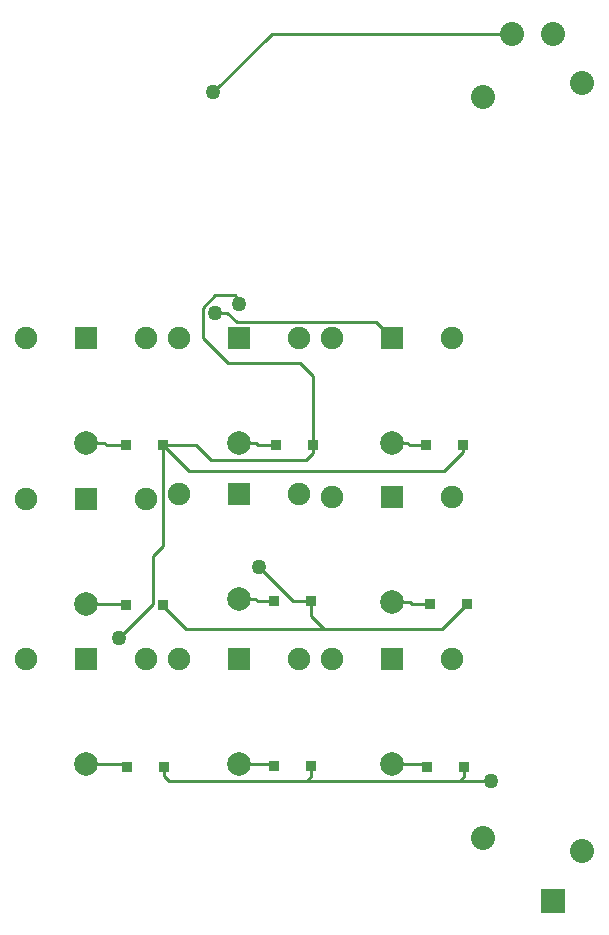
<source format=gbr>
G04*
G04 #@! TF.GenerationSoftware,Altium Limited,Altium Designer,24.6.1 (21)*
G04*
G04 Layer_Physical_Order=2*
G04 Layer_Color=16711680*
%FSLAX44Y44*%
%MOMM*%
G71*
G04*
G04 #@! TF.SameCoordinates,A1155FF5-20E2-49EF-A20C-19287BC56D99*
G04*
G04*
G04 #@! TF.FilePolarity,Positive*
G04*
G01*
G75*
%ADD13C,0.2540*%
%ADD21C,2.0320*%
%ADD22R,2.0320X2.0320*%
%ADD24C,1.9000*%
%ADD25R,1.9000X1.9000*%
%ADD26C,2.0000*%
%ADD27C,1.2700*%
%ADD28R,0.9000X0.9500*%
D13*
X474980Y1209040D02*
X524510Y1258570D01*
X728091D01*
X494626Y1031914D02*
X496570Y1029970D01*
X493776Y1037082D02*
X494626Y1036232D01*
Y1031914D02*
Y1036232D01*
X476614Y1037082D02*
X493776D01*
X487062Y1022350D02*
X495190Y1014222D01*
X612648D01*
X476250Y1022350D02*
X487062D01*
X612648Y1014222D02*
X626110Y1000760D01*
X466090Y1001268D02*
X487680Y979678D01*
X466090Y1001268D02*
Y1026558D01*
X476614Y1037082D01*
X432310Y824486D02*
Y910340D01*
X568960Y754598D02*
X668998D01*
X452162D02*
X568960D01*
X554230Y626110D02*
X683770D01*
X709930D01*
X437390D02*
X554230D01*
X559308Y910590D02*
X559310D01*
X559308D02*
Y969010D01*
X548640Y979678D02*
X559308Y969010D01*
X487680Y979678D02*
X548640D01*
X542544Y778510D02*
X558040D01*
X513588Y807466D02*
X542544Y778510D01*
X394970Y747014D02*
X423926Y775970D01*
Y816102D01*
X432310Y824486D01*
Y910340D02*
Y910590D01*
Y910340D02*
X454192Y888458D01*
X670560D01*
X686310Y904208D01*
Y910590D01*
X432310D02*
X460502D01*
X473202Y897890D01*
X553720D01*
X559310Y903480D01*
Y910590D01*
X558040Y765518D02*
Y778510D01*
Y765518D02*
X568960Y754598D01*
X690120Y775720D02*
Y775970D01*
X432310Y774450D02*
Y774700D01*
Y774450D02*
X452162Y754598D01*
X668998D02*
X690120Y775720D01*
X433580Y629920D02*
Y637540D01*
Y629920D02*
X437390Y626110D01*
X687580Y629920D02*
Y637540D01*
X683770Y626110D02*
X687580Y629920D01*
X558040D02*
Y638810D01*
X554230Y626110D02*
X558040Y629920D01*
X367030Y911860D02*
X383032D01*
X384302Y910590D01*
X400810D01*
X496570Y911860D02*
X511302D01*
X512572Y910590D01*
X527810D01*
X626110Y911860D02*
X639572D01*
X640842Y910590D01*
X654810D01*
X367030Y775970D02*
X399540D01*
X400810Y774700D01*
X496570Y779780D02*
X510794D01*
X512064Y778510D01*
X526540D01*
X626110Y777240D02*
X641604D01*
X642874Y775970D01*
X658620D01*
X367030Y640080D02*
X399540D01*
X402080Y637540D01*
X496570Y640080D02*
X525270D01*
X526540Y638810D01*
X626110Y640080D02*
X653540D01*
X656080Y637540D01*
D21*
X703580Y1205230D02*
D03*
Y577850D02*
D03*
X787400Y1216660D02*
D03*
Y566420D02*
D03*
X728091Y1258570D02*
D03*
X762889D02*
D03*
D22*
Y524510D02*
D03*
D24*
X316230Y1000760D02*
D03*
X417830D02*
D03*
X316230Y728980D02*
D03*
X417830D02*
D03*
X316230Y864870D02*
D03*
X417830D02*
D03*
X547370Y728980D02*
D03*
X445770D02*
D03*
X676910D02*
D03*
X575310D02*
D03*
X547370Y868680D02*
D03*
X445770D02*
D03*
X676910Y866140D02*
D03*
X575310D02*
D03*
X547370Y1000760D02*
D03*
X445770D02*
D03*
X676910D02*
D03*
X575310D02*
D03*
D25*
X367030D02*
D03*
Y728980D02*
D03*
Y864870D02*
D03*
X496570Y868680D02*
D03*
Y728980D02*
D03*
X626110D02*
D03*
Y866140D02*
D03*
X496570Y1000760D02*
D03*
X626110D02*
D03*
D26*
X367030Y911860D02*
D03*
Y640080D02*
D03*
Y775970D02*
D03*
X496570Y640080D02*
D03*
X626110D02*
D03*
X496570Y779780D02*
D03*
X626110Y777240D02*
D03*
X496570Y911860D02*
D03*
X626110D02*
D03*
D27*
X474980Y1209040D02*
D03*
X496570Y1029970D02*
D03*
X476250Y1022350D02*
D03*
X513588Y807466D02*
D03*
X394970Y747014D02*
D03*
X709930Y626110D02*
D03*
D28*
X686310Y910590D02*
D03*
X654810D02*
D03*
X690120Y775970D02*
D03*
X658620D02*
D03*
X559310Y910590D02*
D03*
X527810D02*
D03*
X432310Y774700D02*
D03*
X400810D02*
D03*
X558040Y778510D02*
D03*
X526540D02*
D03*
X558040Y638810D02*
D03*
X526540D02*
D03*
X432310Y910590D02*
D03*
X400810D02*
D03*
X433580Y637540D02*
D03*
X402080D02*
D03*
X687580D02*
D03*
X656080D02*
D03*
M02*

</source>
